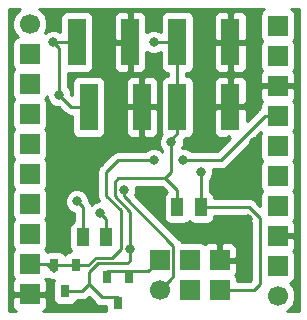
<source format=gbr>
G04 #@! TF.GenerationSoftware,KiCad,Pcbnew,(5.0.0)*
G04 #@! TF.CreationDate,2019-01-30T09:11:06+03:00*
G04 #@! TF.ProjectId,plata_avr,706C6174615F6176722E6B696361645F,rev?*
G04 #@! TF.SameCoordinates,Original*
G04 #@! TF.FileFunction,Copper,L2,Bot,Signal*
G04 #@! TF.FilePolarity,Positive*
%FSLAX46Y46*%
G04 Gerber Fmt 4.6, Leading zero omitted, Abs format (unit mm)*
G04 Created by KiCad (PCBNEW (5.0.0)) date 01/30/19 09:11:06*
%MOMM*%
%LPD*%
G01*
G04 APERTURE LIST*
G04 #@! TA.AperFunction,SMDPad,CuDef*
%ADD10R,1.500000X4.000000*%
G04 #@! TD*
G04 #@! TA.AperFunction,SMDPad,CuDef*
%ADD11R,1.000000X1.500000*%
G04 #@! TD*
G04 #@! TA.AperFunction,SMDPad,CuDef*
%ADD12R,0.800000X1.100000*%
G04 #@! TD*
G04 #@! TA.AperFunction,ComponentPad*
%ADD13C,1.700000*%
G04 #@! TD*
G04 #@! TA.AperFunction,ComponentPad*
%ADD14R,1.700000X1.700000*%
G04 #@! TD*
G04 #@! TA.AperFunction,ViaPad*
%ADD15C,0.800000*%
G04 #@! TD*
G04 #@! TA.AperFunction,Conductor*
%ADD16C,0.250000*%
G04 #@! TD*
G04 #@! TA.AperFunction,Conductor*
%ADD17C,0.254000*%
G04 #@! TD*
G04 APERTURE END LIST*
D10*
G04 #@! TO.P,C1,1*
G04 #@! TO.N,vcc*
X106500000Y-90000000D03*
G04 #@! TO.P,C1,2*
G04 #@! TO.N,gnd*
X111000000Y-90000000D03*
G04 #@! TD*
G04 #@! TO.P,C2,2*
G04 #@! TO.N,gnd*
X102500000Y-90000000D03*
G04 #@! TO.P,C2,1*
G04 #@! TO.N,vcc*
X98000000Y-90000000D03*
G04 #@! TD*
G04 #@! TO.P,C3,1*
G04 #@! TO.N,vcc*
X99000000Y-95500000D03*
G04 #@! TO.P,C3,2*
G04 #@! TO.N,gnd*
X103500000Y-95500000D03*
G04 #@! TD*
G04 #@! TO.P,C4,2*
G04 #@! TO.N,gnd*
X111000000Y-95500000D03*
G04 #@! TO.P,C4,1*
G04 #@! TO.N,vcc*
X106500000Y-95500000D03*
G04 #@! TD*
D11*
G04 #@! TO.P,R1,2*
G04 #@! TO.N,Net-(HL1-Pad1)*
X100500000Y-106500000D03*
G04 #@! TO.P,R1,1*
G04 #@! TO.N,pb1*
X98500000Y-106500000D03*
G04 #@! TD*
G04 #@! TO.P,R2,1*
G04 #@! TO.N,res*
X108500000Y-104000000D03*
G04 #@! TO.P,R2,2*
G04 #@! TO.N,vcc*
X106500000Y-104000000D03*
G04 #@! TD*
D12*
G04 #@! TO.P,VD1,1*
G04 #@! TO.N,Ucc*
X96050000Y-108900000D03*
X97950000Y-108900000D03*
G04 #@! TO.P,VD1,2*
G04 #@! TO.N,vcc*
X97000000Y-111100000D03*
G04 #@! TD*
G04 #@! TO.P,VD2,2*
G04 #@! TO.N,vcc*
X101500000Y-112100000D03*
G04 #@! TO.P,VD2,1*
G04 #@! TO.N,Net-(VD2-Pad1)*
X102450000Y-109900000D03*
X100550000Y-109900000D03*
G04 #@! TD*
D13*
G04 #@! TO.P,XP1,1*
G04 #@! TO.N,pd3*
X94000000Y-88500000D03*
D14*
G04 #@! TO.P,XP1,2*
G04 #@! TO.N,pd4*
X94000000Y-91040000D03*
G04 #@! TO.P,XP1,3*
G04 #@! TO.N,pb6*
X94000000Y-93580000D03*
G04 #@! TO.P,XP1,4*
G04 #@! TO.N,pb7*
X94000000Y-96120000D03*
G04 #@! TO.P,XP1,5*
G04 #@! TO.N,pd5*
X94000000Y-98660000D03*
G04 #@! TO.P,XP1,6*
G04 #@! TO.N,pd6*
X94000000Y-101200000D03*
G04 #@! TO.P,XP1,7*
G04 #@! TO.N,pb0*
X94000000Y-103740000D03*
G04 #@! TO.P,XP1,8*
G04 #@! TO.N,pb2*
X94000000Y-106280000D03*
G04 #@! TO.P,XP1,9*
G04 #@! TO.N,Ucc*
X94000000Y-108820000D03*
G04 #@! TO.P,XP1,10*
G04 #@! TO.N,gnd*
X94000000Y-111360000D03*
G04 #@! TD*
D13*
G04 #@! TO.P,XP2,1*
G04 #@! TO.N,miso*
X105000000Y-111000000D03*
D14*
G04 #@! TO.P,XP2,3*
G04 #@! TO.N,sck*
X107540000Y-111000000D03*
G04 #@! TO.P,XP2,5*
G04 #@! TO.N,res*
X110080000Y-111000000D03*
G04 #@! TO.P,XP2,2*
G04 #@! TO.N,Net-(VD2-Pad1)*
X105000000Y-108460000D03*
G04 #@! TO.P,XP2,4*
G04 #@! TO.N,mosi*
X107540000Y-108460000D03*
G04 #@! TO.P,XP2,6*
G04 #@! TO.N,gnd*
X110080000Y-108460000D03*
G04 #@! TD*
G04 #@! TO.P,XP3,10*
G04 #@! TO.N,tx*
X115000000Y-88640000D03*
G04 #@! TO.P,XP3,9*
G04 #@! TO.N,rx*
X115000000Y-91180000D03*
G04 #@! TO.P,XP3,8*
G04 #@! TO.N,gnd*
X115000000Y-93720000D03*
G04 #@! TO.P,XP3,7*
G04 #@! TO.N,Ucc*
X115000000Y-96260000D03*
G04 #@! TO.P,XP3,6*
G04 #@! TO.N,pc2*
X115000000Y-98800000D03*
G04 #@! TO.P,XP3,5*
G04 #@! TO.N,pc1*
X115000000Y-101340000D03*
G04 #@! TO.P,XP3,4*
G04 #@! TO.N,pc0*
X115000000Y-103880000D03*
G04 #@! TO.P,XP3,3*
G04 #@! TO.N,gnd*
X115000000Y-106420000D03*
G04 #@! TO.P,XP3,2*
G04 #@! TO.N,aref*
X115000000Y-108960000D03*
D13*
G04 #@! TO.P,XP3,1*
G04 #@! TO.N,avcc*
X115000000Y-111500000D03*
G04 #@! TD*
D15*
G04 #@! TO.N,vcc*
X96500000Y-94500000D03*
X96000000Y-90000000D03*
X104500000Y-90000000D03*
X102500000Y-107500000D03*
X106000000Y-98500000D03*
G04 #@! TO.N,gnd*
X107500000Y-98500000D03*
X104500000Y-92000000D03*
X97000000Y-106500000D03*
X113000000Y-98500000D03*
X112500000Y-105000000D03*
G04 #@! TO.N,pb1*
X98000000Y-103500000D03*
G04 #@! TO.N,miso*
X102000000Y-102500000D03*
G04 #@! TO.N,res*
X108500000Y-101000000D03*
G04 #@! TO.N,Net-(HL1-Pad1)*
X99987340Y-104512660D03*
G04 #@! TO.N,Ucc*
X107000000Y-100000000D03*
X104500000Y-100000000D03*
G04 #@! TD*
D16*
G04 #@! TO.N,vcc*
X99000000Y-110500000D02*
X99000000Y-109500000D01*
X97000000Y-111100000D02*
X98400000Y-111100000D01*
X98400000Y-111100000D02*
X99000000Y-110500000D01*
X99000000Y-95500000D02*
X97500000Y-95500000D01*
X97500000Y-95500000D02*
X96500000Y-94500000D01*
X106500000Y-93250000D02*
X106500000Y-90000000D01*
X106500000Y-95500000D02*
X106500000Y-93250000D01*
X96500000Y-90500000D02*
X96000000Y-90000000D01*
X96500000Y-94500000D02*
X96500000Y-90500000D01*
X98000000Y-90000000D02*
X96000000Y-90000000D01*
X106500000Y-90000000D02*
X104500000Y-90000000D01*
X106000000Y-98500000D02*
X106000000Y-98250000D01*
X106000000Y-98250000D02*
X106500000Y-97750000D01*
X106500000Y-97750000D02*
X106500000Y-95500000D01*
X102500000Y-101500000D02*
X105500000Y-101500000D01*
X103000000Y-101500000D02*
X102500000Y-101500000D01*
X105500000Y-101500000D02*
X106000000Y-101000000D01*
X105500000Y-101500000D02*
X106000000Y-102000000D01*
X106000000Y-101000000D02*
X106000000Y-98500000D01*
X102500000Y-106934315D02*
X102500000Y-107500000D01*
X102500000Y-101500000D02*
X101500000Y-101500000D01*
X101186401Y-103049991D02*
X102500000Y-104363590D01*
X101500000Y-101500000D02*
X101186401Y-101813599D01*
X102500000Y-104363590D02*
X102500000Y-106934315D01*
X101186401Y-101813599D02*
X101186401Y-103049991D01*
X106500000Y-104000000D02*
X106500000Y-102500000D01*
X106500000Y-102500000D02*
X106000000Y-102000000D01*
X99000000Y-110500000D02*
X99500000Y-111000000D01*
X100100000Y-111600000D02*
X99500000Y-111000000D01*
X101500000Y-111600000D02*
X100100000Y-111600000D01*
X99750000Y-108750000D02*
X102250000Y-108750000D01*
X99750000Y-108750000D02*
X99000000Y-109500000D01*
X102500000Y-108500000D02*
X102500000Y-107500000D01*
X102250000Y-108750000D02*
X102500000Y-108500000D01*
G04 #@! TO.N,gnd*
X112000000Y-95500000D02*
X111000000Y-95500000D01*
X112500000Y-95000000D02*
X112000000Y-95500000D01*
X113780000Y-93720000D02*
X112500000Y-95000000D01*
X115000000Y-93720000D02*
X113780000Y-93720000D01*
X112500000Y-105000000D02*
X111500000Y-105000000D01*
X110080000Y-106420000D02*
X110080000Y-108460000D01*
X111500000Y-105000000D02*
X110080000Y-106420000D01*
G04 #@! TO.N,pb1*
X98500000Y-104000000D02*
X98500000Y-106500000D01*
X98000000Y-103500000D02*
X98500000Y-104000000D01*
G04 #@! TO.N,miso*
X105849999Y-110150001D02*
X105000000Y-111000000D01*
X106175001Y-109824999D02*
X105849999Y-110150001D01*
X106175001Y-107240686D02*
X106175001Y-109824999D01*
X102000000Y-103065685D02*
X106175001Y-107240686D01*
X102000000Y-102500000D02*
X102000000Y-103065685D01*
G04 #@! TO.N,res*
X108500000Y-101000000D02*
X108500000Y-104000000D01*
X108500000Y-104000000D02*
X112573002Y-104000000D01*
X110080000Y-111000000D02*
X113000000Y-111000000D01*
X113000000Y-111000000D02*
X113500000Y-110500000D01*
X113500000Y-104926998D02*
X112573002Y-104000000D01*
X113500000Y-110500000D02*
X113500000Y-104926998D01*
G04 #@! TO.N,Net-(HL1-Pad1)*
X100500000Y-106500000D02*
X100500000Y-105025320D01*
X100387339Y-104912659D02*
X99987340Y-104512660D01*
X100500000Y-105025320D02*
X100387339Y-104912659D01*
G04 #@! TO.N,Ucc*
X95470000Y-108820000D02*
X96050000Y-109400000D01*
X94000000Y-108820000D02*
X95470000Y-108820000D01*
X95970000Y-108820000D02*
X96050000Y-108900000D01*
X94000000Y-108820000D02*
X95970000Y-108820000D01*
X96050000Y-108900000D02*
X97950000Y-108900000D01*
X107565685Y-100000000D02*
X107000000Y-100000000D01*
X110160000Y-100000000D02*
X107565685Y-100000000D01*
X113900000Y-96260000D02*
X110160000Y-100000000D01*
X115000000Y-96260000D02*
X113900000Y-96260000D01*
X103934315Y-100000000D02*
X104500000Y-100000000D01*
X100500000Y-103000000D02*
X100500000Y-101000000D01*
X100500000Y-101000000D02*
X101500000Y-100000000D01*
X98963590Y-108900000D02*
X99613590Y-108250000D01*
X96050000Y-108900000D02*
X98963590Y-108900000D01*
X99613590Y-108250000D02*
X101000000Y-108250000D01*
X101000000Y-108250000D02*
X101750000Y-107500000D01*
X101750000Y-107500000D02*
X101750000Y-104250000D01*
X101500000Y-100000000D02*
X103934315Y-100000000D01*
X101750000Y-104250000D02*
X100500000Y-103000000D01*
G04 #@! TO.N,Net-(VD2-Pad1)*
X100550000Y-109400000D02*
X102450000Y-109400000D01*
X104060000Y-109400000D02*
X105000000Y-108460000D01*
X102450000Y-109400000D02*
X104060000Y-109400000D01*
G04 #@! TD*
D17*
G04 #@! TO.N,gnd*
G36*
X93158815Y-87241078D02*
X92741078Y-87658815D01*
X92515000Y-88204615D01*
X92515000Y-88795385D01*
X92741078Y-89341185D01*
X92976887Y-89576994D01*
X92902235Y-89591843D01*
X92692191Y-89732191D01*
X92551843Y-89942235D01*
X92502560Y-90190000D01*
X92502560Y-91890000D01*
X92551843Y-92137765D01*
X92666928Y-92310000D01*
X92551843Y-92482235D01*
X92502560Y-92730000D01*
X92502560Y-94430000D01*
X92551843Y-94677765D01*
X92666928Y-94850000D01*
X92551843Y-95022235D01*
X92502560Y-95270000D01*
X92502560Y-96970000D01*
X92551843Y-97217765D01*
X92666928Y-97390000D01*
X92551843Y-97562235D01*
X92502560Y-97810000D01*
X92502560Y-99510000D01*
X92551843Y-99757765D01*
X92666928Y-99930000D01*
X92551843Y-100102235D01*
X92502560Y-100350000D01*
X92502560Y-102050000D01*
X92551843Y-102297765D01*
X92666928Y-102470000D01*
X92551843Y-102642235D01*
X92502560Y-102890000D01*
X92502560Y-104590000D01*
X92551843Y-104837765D01*
X92666928Y-105010000D01*
X92551843Y-105182235D01*
X92502560Y-105430000D01*
X92502560Y-107130000D01*
X92551843Y-107377765D01*
X92666928Y-107550000D01*
X92551843Y-107722235D01*
X92502560Y-107970000D01*
X92502560Y-109670000D01*
X92551843Y-109917765D01*
X92668949Y-110093025D01*
X92611673Y-110150302D01*
X92515000Y-110383691D01*
X92515000Y-111074250D01*
X92673750Y-111233000D01*
X93873000Y-111233000D01*
X93873000Y-111213000D01*
X94127000Y-111213000D01*
X94127000Y-111233000D01*
X95326250Y-111233000D01*
X95485000Y-111074250D01*
X95485000Y-110383691D01*
X95388327Y-110150302D01*
X95331051Y-110093025D01*
X95373749Y-110029123D01*
X95402235Y-110048157D01*
X95650000Y-110097440D01*
X95725830Y-110097440D01*
X95753462Y-110115903D01*
X96050000Y-110174888D01*
X96092596Y-110166415D01*
X96001843Y-110302235D01*
X95952560Y-110550000D01*
X95952560Y-111650000D01*
X96001843Y-111897765D01*
X96142191Y-112107809D01*
X96352235Y-112248157D01*
X96600000Y-112297440D01*
X97400000Y-112297440D01*
X97647765Y-112248157D01*
X97857809Y-112107809D01*
X97998157Y-111897765D01*
X98005669Y-111860000D01*
X98325153Y-111860000D01*
X98400000Y-111874888D01*
X98474847Y-111860000D01*
X98474852Y-111860000D01*
X98696537Y-111815904D01*
X98947929Y-111647929D01*
X98990331Y-111584470D01*
X99000000Y-111574802D01*
X99015527Y-111590329D01*
X99015530Y-111590331D01*
X99509671Y-112084473D01*
X99552071Y-112147929D01*
X99803463Y-112315904D01*
X100025148Y-112360000D01*
X100025152Y-112360000D01*
X100099999Y-112374888D01*
X100174846Y-112360000D01*
X100452560Y-112360000D01*
X100452560Y-112650000D01*
X100475435Y-112765000D01*
X95169447Y-112765000D01*
X95209699Y-112748327D01*
X95388327Y-112569698D01*
X95485000Y-112336309D01*
X95485000Y-111645750D01*
X95326250Y-111487000D01*
X94127000Y-111487000D01*
X94127000Y-111507000D01*
X93873000Y-111507000D01*
X93873000Y-111487000D01*
X92673750Y-111487000D01*
X92515000Y-111645750D01*
X92515000Y-112336309D01*
X92611673Y-112569698D01*
X92790301Y-112748327D01*
X92830553Y-112765000D01*
X92235000Y-112765000D01*
X92235000Y-87235000D01*
X93173489Y-87235000D01*
X93158815Y-87241078D01*
X93158815Y-87241078D01*
G37*
X93158815Y-87241078D02*
X92741078Y-87658815D01*
X92515000Y-88204615D01*
X92515000Y-88795385D01*
X92741078Y-89341185D01*
X92976887Y-89576994D01*
X92902235Y-89591843D01*
X92692191Y-89732191D01*
X92551843Y-89942235D01*
X92502560Y-90190000D01*
X92502560Y-91890000D01*
X92551843Y-92137765D01*
X92666928Y-92310000D01*
X92551843Y-92482235D01*
X92502560Y-92730000D01*
X92502560Y-94430000D01*
X92551843Y-94677765D01*
X92666928Y-94850000D01*
X92551843Y-95022235D01*
X92502560Y-95270000D01*
X92502560Y-96970000D01*
X92551843Y-97217765D01*
X92666928Y-97390000D01*
X92551843Y-97562235D01*
X92502560Y-97810000D01*
X92502560Y-99510000D01*
X92551843Y-99757765D01*
X92666928Y-99930000D01*
X92551843Y-100102235D01*
X92502560Y-100350000D01*
X92502560Y-102050000D01*
X92551843Y-102297765D01*
X92666928Y-102470000D01*
X92551843Y-102642235D01*
X92502560Y-102890000D01*
X92502560Y-104590000D01*
X92551843Y-104837765D01*
X92666928Y-105010000D01*
X92551843Y-105182235D01*
X92502560Y-105430000D01*
X92502560Y-107130000D01*
X92551843Y-107377765D01*
X92666928Y-107550000D01*
X92551843Y-107722235D01*
X92502560Y-107970000D01*
X92502560Y-109670000D01*
X92551843Y-109917765D01*
X92668949Y-110093025D01*
X92611673Y-110150302D01*
X92515000Y-110383691D01*
X92515000Y-111074250D01*
X92673750Y-111233000D01*
X93873000Y-111233000D01*
X93873000Y-111213000D01*
X94127000Y-111213000D01*
X94127000Y-111233000D01*
X95326250Y-111233000D01*
X95485000Y-111074250D01*
X95485000Y-110383691D01*
X95388327Y-110150302D01*
X95331051Y-110093025D01*
X95373749Y-110029123D01*
X95402235Y-110048157D01*
X95650000Y-110097440D01*
X95725830Y-110097440D01*
X95753462Y-110115903D01*
X96050000Y-110174888D01*
X96092596Y-110166415D01*
X96001843Y-110302235D01*
X95952560Y-110550000D01*
X95952560Y-111650000D01*
X96001843Y-111897765D01*
X96142191Y-112107809D01*
X96352235Y-112248157D01*
X96600000Y-112297440D01*
X97400000Y-112297440D01*
X97647765Y-112248157D01*
X97857809Y-112107809D01*
X97998157Y-111897765D01*
X98005669Y-111860000D01*
X98325153Y-111860000D01*
X98400000Y-111874888D01*
X98474847Y-111860000D01*
X98474852Y-111860000D01*
X98696537Y-111815904D01*
X98947929Y-111647929D01*
X98990331Y-111584470D01*
X99000000Y-111574802D01*
X99015527Y-111590329D01*
X99015530Y-111590331D01*
X99509671Y-112084473D01*
X99552071Y-112147929D01*
X99803463Y-112315904D01*
X100025148Y-112360000D01*
X100025152Y-112360000D01*
X100099999Y-112374888D01*
X100174846Y-112360000D01*
X100452560Y-112360000D01*
X100452560Y-112650000D01*
X100475435Y-112765000D01*
X95169447Y-112765000D01*
X95209699Y-112748327D01*
X95388327Y-112569698D01*
X95485000Y-112336309D01*
X95485000Y-111645750D01*
X95326250Y-111487000D01*
X94127000Y-111487000D01*
X94127000Y-111507000D01*
X93873000Y-111507000D01*
X93873000Y-111487000D01*
X92673750Y-111487000D01*
X92515000Y-111645750D01*
X92515000Y-112336309D01*
X92611673Y-112569698D01*
X92790301Y-112748327D01*
X92830553Y-112765000D01*
X92235000Y-112765000D01*
X92235000Y-87235000D01*
X93173489Y-87235000D01*
X93158815Y-87241078D01*
G36*
X113692191Y-87332191D02*
X113551843Y-87542235D01*
X113502560Y-87790000D01*
X113502560Y-89490000D01*
X113551843Y-89737765D01*
X113666928Y-89910000D01*
X113551843Y-90082235D01*
X113502560Y-90330000D01*
X113502560Y-92030000D01*
X113551843Y-92277765D01*
X113668949Y-92453025D01*
X113611673Y-92510302D01*
X113515000Y-92743691D01*
X113515000Y-93434250D01*
X113673750Y-93593000D01*
X114873000Y-93593000D01*
X114873000Y-93573000D01*
X115127000Y-93573000D01*
X115127000Y-93593000D01*
X116326250Y-93593000D01*
X116485000Y-93434250D01*
X116485000Y-92743691D01*
X116388327Y-92510302D01*
X116331051Y-92453025D01*
X116448157Y-92277765D01*
X116497440Y-92030000D01*
X116497440Y-90330000D01*
X116448157Y-90082235D01*
X116333072Y-89910000D01*
X116448157Y-89737765D01*
X116497440Y-89490000D01*
X116497440Y-87790000D01*
X116448157Y-87542235D01*
X116307809Y-87332191D01*
X116162354Y-87235000D01*
X116765000Y-87235000D01*
X116765001Y-112765000D01*
X115826511Y-112765000D01*
X115841185Y-112758922D01*
X116258922Y-112341185D01*
X116485000Y-111795385D01*
X116485000Y-111204615D01*
X116258922Y-110658815D01*
X116023113Y-110423006D01*
X116097765Y-110408157D01*
X116307809Y-110267809D01*
X116448157Y-110057765D01*
X116497440Y-109810000D01*
X116497440Y-108110000D01*
X116448157Y-107862235D01*
X116331051Y-107686975D01*
X116388327Y-107629698D01*
X116485000Y-107396309D01*
X116485000Y-106705750D01*
X116326250Y-106547000D01*
X115127000Y-106547000D01*
X115127000Y-106567000D01*
X114873000Y-106567000D01*
X114873000Y-106547000D01*
X114853000Y-106547000D01*
X114853000Y-106293000D01*
X114873000Y-106293000D01*
X114873000Y-106273000D01*
X115127000Y-106273000D01*
X115127000Y-106293000D01*
X116326250Y-106293000D01*
X116485000Y-106134250D01*
X116485000Y-105443691D01*
X116388327Y-105210302D01*
X116331051Y-105153025D01*
X116448157Y-104977765D01*
X116497440Y-104730000D01*
X116497440Y-103030000D01*
X116448157Y-102782235D01*
X116333072Y-102610000D01*
X116448157Y-102437765D01*
X116497440Y-102190000D01*
X116497440Y-100490000D01*
X116448157Y-100242235D01*
X116333072Y-100070000D01*
X116448157Y-99897765D01*
X116497440Y-99650000D01*
X116497440Y-97950000D01*
X116448157Y-97702235D01*
X116333072Y-97530000D01*
X116448157Y-97357765D01*
X116497440Y-97110000D01*
X116497440Y-95410000D01*
X116448157Y-95162235D01*
X116331051Y-94986975D01*
X116388327Y-94929698D01*
X116485000Y-94696309D01*
X116485000Y-94005750D01*
X116326250Y-93847000D01*
X115127000Y-93847000D01*
X115127000Y-93867000D01*
X114873000Y-93867000D01*
X114873000Y-93847000D01*
X113673750Y-93847000D01*
X113515000Y-94005750D01*
X113515000Y-94696309D01*
X113611673Y-94929698D01*
X113668949Y-94986975D01*
X113551843Y-95162235D01*
X113502560Y-95410000D01*
X113502560Y-95611517D01*
X113416418Y-95669076D01*
X113352071Y-95712071D01*
X113309671Y-95775527D01*
X112385000Y-96700198D01*
X112385000Y-95785750D01*
X112226250Y-95627000D01*
X111127000Y-95627000D01*
X111127000Y-95647000D01*
X110873000Y-95647000D01*
X110873000Y-95627000D01*
X109773750Y-95627000D01*
X109615000Y-95785750D01*
X109615000Y-97626310D01*
X109711673Y-97859699D01*
X109890302Y-98038327D01*
X110123691Y-98135000D01*
X110714250Y-98135000D01*
X110872998Y-97976252D01*
X110872998Y-98135000D01*
X110950199Y-98135000D01*
X109845199Y-99240000D01*
X107703711Y-99240000D01*
X107586280Y-99122569D01*
X107205874Y-98965000D01*
X106927667Y-98965000D01*
X107035000Y-98705874D01*
X107035000Y-98306568D01*
X107047929Y-98297929D01*
X107148483Y-98147440D01*
X107250000Y-98147440D01*
X107497765Y-98098157D01*
X107707809Y-97957809D01*
X107848157Y-97747765D01*
X107897440Y-97500000D01*
X107897440Y-93500000D01*
X107872316Y-93373690D01*
X109615000Y-93373690D01*
X109615000Y-95214250D01*
X109773750Y-95373000D01*
X110873000Y-95373000D01*
X110873000Y-93023750D01*
X111127000Y-93023750D01*
X111127000Y-95373000D01*
X112226250Y-95373000D01*
X112385000Y-95214250D01*
X112385000Y-93373690D01*
X112288327Y-93140301D01*
X112109698Y-92961673D01*
X111876309Y-92865000D01*
X111285750Y-92865000D01*
X111127000Y-93023750D01*
X110873000Y-93023750D01*
X110714250Y-92865000D01*
X110123691Y-92865000D01*
X109890302Y-92961673D01*
X109711673Y-93140301D01*
X109615000Y-93373690D01*
X107872316Y-93373690D01*
X107848157Y-93252235D01*
X107707809Y-93042191D01*
X107497765Y-92901843D01*
X107260000Y-92854549D01*
X107260000Y-92645451D01*
X107497765Y-92598157D01*
X107707809Y-92457809D01*
X107848157Y-92247765D01*
X107897440Y-92000000D01*
X107897440Y-90285750D01*
X109615000Y-90285750D01*
X109615000Y-92126310D01*
X109711673Y-92359699D01*
X109890302Y-92538327D01*
X110123691Y-92635000D01*
X110714250Y-92635000D01*
X110873000Y-92476250D01*
X110873000Y-90127000D01*
X111127000Y-90127000D01*
X111127000Y-92476250D01*
X111285750Y-92635000D01*
X111876309Y-92635000D01*
X112109698Y-92538327D01*
X112288327Y-92359699D01*
X112385000Y-92126310D01*
X112385000Y-90285750D01*
X112226250Y-90127000D01*
X111127000Y-90127000D01*
X110873000Y-90127000D01*
X109773750Y-90127000D01*
X109615000Y-90285750D01*
X107897440Y-90285750D01*
X107897440Y-88000000D01*
X107872316Y-87873690D01*
X109615000Y-87873690D01*
X109615000Y-89714250D01*
X109773750Y-89873000D01*
X110873000Y-89873000D01*
X110873000Y-87523750D01*
X111127000Y-87523750D01*
X111127000Y-89873000D01*
X112226250Y-89873000D01*
X112385000Y-89714250D01*
X112385000Y-87873690D01*
X112288327Y-87640301D01*
X112109698Y-87461673D01*
X111876309Y-87365000D01*
X111285750Y-87365000D01*
X111127000Y-87523750D01*
X110873000Y-87523750D01*
X110714250Y-87365000D01*
X110123691Y-87365000D01*
X109890302Y-87461673D01*
X109711673Y-87640301D01*
X109615000Y-87873690D01*
X107872316Y-87873690D01*
X107848157Y-87752235D01*
X107707809Y-87542191D01*
X107497765Y-87401843D01*
X107250000Y-87352560D01*
X105750000Y-87352560D01*
X105502235Y-87401843D01*
X105292191Y-87542191D01*
X105151843Y-87752235D01*
X105102560Y-88000000D01*
X105102560Y-89138849D01*
X105086280Y-89122569D01*
X104705874Y-88965000D01*
X104294126Y-88965000D01*
X103913720Y-89122569D01*
X103885000Y-89151289D01*
X103885000Y-87873690D01*
X103788327Y-87640301D01*
X103609698Y-87461673D01*
X103376309Y-87365000D01*
X102785750Y-87365000D01*
X102627000Y-87523750D01*
X102627000Y-89873000D01*
X102647000Y-89873000D01*
X102647000Y-90127000D01*
X102627000Y-90127000D01*
X102627000Y-92476250D01*
X102785750Y-92635000D01*
X103376309Y-92635000D01*
X103609698Y-92538327D01*
X103788327Y-92359699D01*
X103885000Y-92126310D01*
X103885000Y-90848711D01*
X103913720Y-90877431D01*
X104294126Y-91035000D01*
X104705874Y-91035000D01*
X105086280Y-90877431D01*
X105102560Y-90861151D01*
X105102560Y-92000000D01*
X105151843Y-92247765D01*
X105292191Y-92457809D01*
X105502235Y-92598157D01*
X105740000Y-92645451D01*
X105740000Y-92854549D01*
X105502235Y-92901843D01*
X105292191Y-93042191D01*
X105151843Y-93252235D01*
X105102560Y-93500000D01*
X105102560Y-97500000D01*
X105151843Y-97747765D01*
X105206590Y-97829699D01*
X105122569Y-97913720D01*
X104965000Y-98294126D01*
X104965000Y-98705874D01*
X105122569Y-99086280D01*
X105240001Y-99203712D01*
X105240001Y-99276290D01*
X105086280Y-99122569D01*
X104705874Y-98965000D01*
X104294126Y-98965000D01*
X103913720Y-99122569D01*
X103796289Y-99240000D01*
X101574848Y-99240000D01*
X101500000Y-99225112D01*
X101425152Y-99240000D01*
X101425148Y-99240000D01*
X101203463Y-99284096D01*
X100952071Y-99452071D01*
X100909671Y-99515527D01*
X100015528Y-100409671D01*
X99952072Y-100452071D01*
X99909672Y-100515527D01*
X99909671Y-100515528D01*
X99784097Y-100703463D01*
X99725112Y-101000000D01*
X99740001Y-101074851D01*
X99740000Y-102925153D01*
X99725112Y-103000000D01*
X99740000Y-103074847D01*
X99740000Y-103074851D01*
X99784096Y-103296536D01*
X99905119Y-103477660D01*
X99781466Y-103477660D01*
X99401060Y-103635229D01*
X99235303Y-103800986D01*
X99215904Y-103703463D01*
X99215904Y-103703462D01*
X99090329Y-103515527D01*
X99047929Y-103452071D01*
X99035000Y-103443432D01*
X99035000Y-103294126D01*
X98877431Y-102913720D01*
X98586280Y-102622569D01*
X98205874Y-102465000D01*
X97794126Y-102465000D01*
X97413720Y-102622569D01*
X97122569Y-102913720D01*
X96965000Y-103294126D01*
X96965000Y-103705874D01*
X97122569Y-104086280D01*
X97413720Y-104377431D01*
X97740000Y-104512580D01*
X97740000Y-105160018D01*
X97542191Y-105292191D01*
X97401843Y-105502235D01*
X97352560Y-105750000D01*
X97352560Y-107250000D01*
X97401843Y-107497765D01*
X97540011Y-107704547D01*
X97302235Y-107751843D01*
X97092191Y-107892191D01*
X97000000Y-108030164D01*
X96907809Y-107892191D01*
X96697765Y-107751843D01*
X96450000Y-107702560D01*
X95650000Y-107702560D01*
X95452074Y-107741929D01*
X95448157Y-107722235D01*
X95333072Y-107550000D01*
X95448157Y-107377765D01*
X95497440Y-107130000D01*
X95497440Y-105430000D01*
X95448157Y-105182235D01*
X95333072Y-105010000D01*
X95448157Y-104837765D01*
X95497440Y-104590000D01*
X95497440Y-102890000D01*
X95448157Y-102642235D01*
X95333072Y-102470000D01*
X95448157Y-102297765D01*
X95497440Y-102050000D01*
X95497440Y-100350000D01*
X95448157Y-100102235D01*
X95333072Y-99930000D01*
X95448157Y-99757765D01*
X95497440Y-99510000D01*
X95497440Y-97810000D01*
X95448157Y-97562235D01*
X95333072Y-97390000D01*
X95448157Y-97217765D01*
X95497440Y-96970000D01*
X95497440Y-95270000D01*
X95448157Y-95022235D01*
X95333072Y-94850000D01*
X95448157Y-94677765D01*
X95465000Y-94593089D01*
X95465000Y-94705874D01*
X95622569Y-95086280D01*
X95913720Y-95377431D01*
X96294126Y-95535000D01*
X96460199Y-95535000D01*
X96909671Y-95984473D01*
X96952071Y-96047929D01*
X97203463Y-96215904D01*
X97425148Y-96260000D01*
X97425152Y-96260000D01*
X97500000Y-96274888D01*
X97574848Y-96260000D01*
X97602560Y-96260000D01*
X97602560Y-97500000D01*
X97651843Y-97747765D01*
X97792191Y-97957809D01*
X98002235Y-98098157D01*
X98250000Y-98147440D01*
X99750000Y-98147440D01*
X99997765Y-98098157D01*
X100207809Y-97957809D01*
X100348157Y-97747765D01*
X100397440Y-97500000D01*
X100397440Y-95785750D01*
X102115000Y-95785750D01*
X102115000Y-97626310D01*
X102211673Y-97859699D01*
X102390302Y-98038327D01*
X102623691Y-98135000D01*
X103214250Y-98135000D01*
X103373000Y-97976250D01*
X103373000Y-95627000D01*
X103627000Y-95627000D01*
X103627000Y-97976250D01*
X103785750Y-98135000D01*
X104376309Y-98135000D01*
X104609698Y-98038327D01*
X104788327Y-97859699D01*
X104885000Y-97626310D01*
X104885000Y-95785750D01*
X104726250Y-95627000D01*
X103627000Y-95627000D01*
X103373000Y-95627000D01*
X102273750Y-95627000D01*
X102115000Y-95785750D01*
X100397440Y-95785750D01*
X100397440Y-93500000D01*
X100372316Y-93373690D01*
X102115000Y-93373690D01*
X102115000Y-95214250D01*
X102273750Y-95373000D01*
X103373000Y-95373000D01*
X103373000Y-93023750D01*
X103627000Y-93023750D01*
X103627000Y-95373000D01*
X104726250Y-95373000D01*
X104885000Y-95214250D01*
X104885000Y-93373690D01*
X104788327Y-93140301D01*
X104609698Y-92961673D01*
X104376309Y-92865000D01*
X103785750Y-92865000D01*
X103627000Y-93023750D01*
X103373000Y-93023750D01*
X103214250Y-92865000D01*
X102623691Y-92865000D01*
X102390302Y-92961673D01*
X102211673Y-93140301D01*
X102115000Y-93373690D01*
X100372316Y-93373690D01*
X100348157Y-93252235D01*
X100207809Y-93042191D01*
X99997765Y-92901843D01*
X99750000Y-92852560D01*
X98250000Y-92852560D01*
X98002235Y-92901843D01*
X97792191Y-93042191D01*
X97651843Y-93252235D01*
X97602560Y-93500000D01*
X97602560Y-94527758D01*
X97535000Y-94460199D01*
X97535000Y-94294126D01*
X97377431Y-93913720D01*
X97260000Y-93796289D01*
X97260000Y-92647440D01*
X98750000Y-92647440D01*
X98997765Y-92598157D01*
X99207809Y-92457809D01*
X99348157Y-92247765D01*
X99397440Y-92000000D01*
X99397440Y-90285750D01*
X101115000Y-90285750D01*
X101115000Y-92126310D01*
X101211673Y-92359699D01*
X101390302Y-92538327D01*
X101623691Y-92635000D01*
X102214250Y-92635000D01*
X102373000Y-92476250D01*
X102373000Y-90127000D01*
X101273750Y-90127000D01*
X101115000Y-90285750D01*
X99397440Y-90285750D01*
X99397440Y-88000000D01*
X99372316Y-87873690D01*
X101115000Y-87873690D01*
X101115000Y-89714250D01*
X101273750Y-89873000D01*
X102373000Y-89873000D01*
X102373000Y-87523750D01*
X102214250Y-87365000D01*
X101623691Y-87365000D01*
X101390302Y-87461673D01*
X101211673Y-87640301D01*
X101115000Y-87873690D01*
X99372316Y-87873690D01*
X99348157Y-87752235D01*
X99207809Y-87542191D01*
X98997765Y-87401843D01*
X98750000Y-87352560D01*
X97250000Y-87352560D01*
X97002235Y-87401843D01*
X96792191Y-87542191D01*
X96651843Y-87752235D01*
X96602560Y-88000000D01*
X96602560Y-89138849D01*
X96586280Y-89122569D01*
X96205874Y-88965000D01*
X95794126Y-88965000D01*
X95413720Y-89122569D01*
X95304048Y-89232241D01*
X95485000Y-88795385D01*
X95485000Y-88204615D01*
X95258922Y-87658815D01*
X94841185Y-87241078D01*
X94826511Y-87235000D01*
X113837646Y-87235000D01*
X113692191Y-87332191D01*
X113692191Y-87332191D01*
G37*
X113692191Y-87332191D02*
X113551843Y-87542235D01*
X113502560Y-87790000D01*
X113502560Y-89490000D01*
X113551843Y-89737765D01*
X113666928Y-89910000D01*
X113551843Y-90082235D01*
X113502560Y-90330000D01*
X113502560Y-92030000D01*
X113551843Y-92277765D01*
X113668949Y-92453025D01*
X113611673Y-92510302D01*
X113515000Y-92743691D01*
X113515000Y-93434250D01*
X113673750Y-93593000D01*
X114873000Y-93593000D01*
X114873000Y-93573000D01*
X115127000Y-93573000D01*
X115127000Y-93593000D01*
X116326250Y-93593000D01*
X116485000Y-93434250D01*
X116485000Y-92743691D01*
X116388327Y-92510302D01*
X116331051Y-92453025D01*
X116448157Y-92277765D01*
X116497440Y-92030000D01*
X116497440Y-90330000D01*
X116448157Y-90082235D01*
X116333072Y-89910000D01*
X116448157Y-89737765D01*
X116497440Y-89490000D01*
X116497440Y-87790000D01*
X116448157Y-87542235D01*
X116307809Y-87332191D01*
X116162354Y-87235000D01*
X116765000Y-87235000D01*
X116765001Y-112765000D01*
X115826511Y-112765000D01*
X115841185Y-112758922D01*
X116258922Y-112341185D01*
X116485000Y-111795385D01*
X116485000Y-111204615D01*
X116258922Y-110658815D01*
X116023113Y-110423006D01*
X116097765Y-110408157D01*
X116307809Y-110267809D01*
X116448157Y-110057765D01*
X116497440Y-109810000D01*
X116497440Y-108110000D01*
X116448157Y-107862235D01*
X116331051Y-107686975D01*
X116388327Y-107629698D01*
X116485000Y-107396309D01*
X116485000Y-106705750D01*
X116326250Y-106547000D01*
X115127000Y-106547000D01*
X115127000Y-106567000D01*
X114873000Y-106567000D01*
X114873000Y-106547000D01*
X114853000Y-106547000D01*
X114853000Y-106293000D01*
X114873000Y-106293000D01*
X114873000Y-106273000D01*
X115127000Y-106273000D01*
X115127000Y-106293000D01*
X116326250Y-106293000D01*
X116485000Y-106134250D01*
X116485000Y-105443691D01*
X116388327Y-105210302D01*
X116331051Y-105153025D01*
X116448157Y-104977765D01*
X116497440Y-104730000D01*
X116497440Y-103030000D01*
X116448157Y-102782235D01*
X116333072Y-102610000D01*
X116448157Y-102437765D01*
X116497440Y-102190000D01*
X116497440Y-100490000D01*
X116448157Y-100242235D01*
X116333072Y-100070000D01*
X116448157Y-99897765D01*
X116497440Y-99650000D01*
X116497440Y-97950000D01*
X116448157Y-97702235D01*
X116333072Y-97530000D01*
X116448157Y-97357765D01*
X116497440Y-97110000D01*
X116497440Y-95410000D01*
X116448157Y-95162235D01*
X116331051Y-94986975D01*
X116388327Y-94929698D01*
X116485000Y-94696309D01*
X116485000Y-94005750D01*
X116326250Y-93847000D01*
X115127000Y-93847000D01*
X115127000Y-93867000D01*
X114873000Y-93867000D01*
X114873000Y-93847000D01*
X113673750Y-93847000D01*
X113515000Y-94005750D01*
X113515000Y-94696309D01*
X113611673Y-94929698D01*
X113668949Y-94986975D01*
X113551843Y-95162235D01*
X113502560Y-95410000D01*
X113502560Y-95611517D01*
X113416418Y-95669076D01*
X113352071Y-95712071D01*
X113309671Y-95775527D01*
X112385000Y-96700198D01*
X112385000Y-95785750D01*
X112226250Y-95627000D01*
X111127000Y-95627000D01*
X111127000Y-95647000D01*
X110873000Y-95647000D01*
X110873000Y-95627000D01*
X109773750Y-95627000D01*
X109615000Y-95785750D01*
X109615000Y-97626310D01*
X109711673Y-97859699D01*
X109890302Y-98038327D01*
X110123691Y-98135000D01*
X110714250Y-98135000D01*
X110872998Y-97976252D01*
X110872998Y-98135000D01*
X110950199Y-98135000D01*
X109845199Y-99240000D01*
X107703711Y-99240000D01*
X107586280Y-99122569D01*
X107205874Y-98965000D01*
X106927667Y-98965000D01*
X107035000Y-98705874D01*
X107035000Y-98306568D01*
X107047929Y-98297929D01*
X107148483Y-98147440D01*
X107250000Y-98147440D01*
X107497765Y-98098157D01*
X107707809Y-97957809D01*
X107848157Y-97747765D01*
X107897440Y-97500000D01*
X107897440Y-93500000D01*
X107872316Y-93373690D01*
X109615000Y-93373690D01*
X109615000Y-95214250D01*
X109773750Y-95373000D01*
X110873000Y-95373000D01*
X110873000Y-93023750D01*
X111127000Y-93023750D01*
X111127000Y-95373000D01*
X112226250Y-95373000D01*
X112385000Y-95214250D01*
X112385000Y-93373690D01*
X112288327Y-93140301D01*
X112109698Y-92961673D01*
X111876309Y-92865000D01*
X111285750Y-92865000D01*
X111127000Y-93023750D01*
X110873000Y-93023750D01*
X110714250Y-92865000D01*
X110123691Y-92865000D01*
X109890302Y-92961673D01*
X109711673Y-93140301D01*
X109615000Y-93373690D01*
X107872316Y-93373690D01*
X107848157Y-93252235D01*
X107707809Y-93042191D01*
X107497765Y-92901843D01*
X107260000Y-92854549D01*
X107260000Y-92645451D01*
X107497765Y-92598157D01*
X107707809Y-92457809D01*
X107848157Y-92247765D01*
X107897440Y-92000000D01*
X107897440Y-90285750D01*
X109615000Y-90285750D01*
X109615000Y-92126310D01*
X109711673Y-92359699D01*
X109890302Y-92538327D01*
X110123691Y-92635000D01*
X110714250Y-92635000D01*
X110873000Y-92476250D01*
X110873000Y-90127000D01*
X111127000Y-90127000D01*
X111127000Y-92476250D01*
X111285750Y-92635000D01*
X111876309Y-92635000D01*
X112109698Y-92538327D01*
X112288327Y-92359699D01*
X112385000Y-92126310D01*
X112385000Y-90285750D01*
X112226250Y-90127000D01*
X111127000Y-90127000D01*
X110873000Y-90127000D01*
X109773750Y-90127000D01*
X109615000Y-90285750D01*
X107897440Y-90285750D01*
X107897440Y-88000000D01*
X107872316Y-87873690D01*
X109615000Y-87873690D01*
X109615000Y-89714250D01*
X109773750Y-89873000D01*
X110873000Y-89873000D01*
X110873000Y-87523750D01*
X111127000Y-87523750D01*
X111127000Y-89873000D01*
X112226250Y-89873000D01*
X112385000Y-89714250D01*
X112385000Y-87873690D01*
X112288327Y-87640301D01*
X112109698Y-87461673D01*
X111876309Y-87365000D01*
X111285750Y-87365000D01*
X111127000Y-87523750D01*
X110873000Y-87523750D01*
X110714250Y-87365000D01*
X110123691Y-87365000D01*
X109890302Y-87461673D01*
X109711673Y-87640301D01*
X109615000Y-87873690D01*
X107872316Y-87873690D01*
X107848157Y-87752235D01*
X107707809Y-87542191D01*
X107497765Y-87401843D01*
X107250000Y-87352560D01*
X105750000Y-87352560D01*
X105502235Y-87401843D01*
X105292191Y-87542191D01*
X105151843Y-87752235D01*
X105102560Y-88000000D01*
X105102560Y-89138849D01*
X105086280Y-89122569D01*
X104705874Y-88965000D01*
X104294126Y-88965000D01*
X103913720Y-89122569D01*
X103885000Y-89151289D01*
X103885000Y-87873690D01*
X103788327Y-87640301D01*
X103609698Y-87461673D01*
X103376309Y-87365000D01*
X102785750Y-87365000D01*
X102627000Y-87523750D01*
X102627000Y-89873000D01*
X102647000Y-89873000D01*
X102647000Y-90127000D01*
X102627000Y-90127000D01*
X102627000Y-92476250D01*
X102785750Y-92635000D01*
X103376309Y-92635000D01*
X103609698Y-92538327D01*
X103788327Y-92359699D01*
X103885000Y-92126310D01*
X103885000Y-90848711D01*
X103913720Y-90877431D01*
X104294126Y-91035000D01*
X104705874Y-91035000D01*
X105086280Y-90877431D01*
X105102560Y-90861151D01*
X105102560Y-92000000D01*
X105151843Y-92247765D01*
X105292191Y-92457809D01*
X105502235Y-92598157D01*
X105740000Y-92645451D01*
X105740000Y-92854549D01*
X105502235Y-92901843D01*
X105292191Y-93042191D01*
X105151843Y-93252235D01*
X105102560Y-93500000D01*
X105102560Y-97500000D01*
X105151843Y-97747765D01*
X105206590Y-97829699D01*
X105122569Y-97913720D01*
X104965000Y-98294126D01*
X104965000Y-98705874D01*
X105122569Y-99086280D01*
X105240001Y-99203712D01*
X105240001Y-99276290D01*
X105086280Y-99122569D01*
X104705874Y-98965000D01*
X104294126Y-98965000D01*
X103913720Y-99122569D01*
X103796289Y-99240000D01*
X101574848Y-99240000D01*
X101500000Y-99225112D01*
X101425152Y-99240000D01*
X101425148Y-99240000D01*
X101203463Y-99284096D01*
X100952071Y-99452071D01*
X100909671Y-99515527D01*
X100015528Y-100409671D01*
X99952072Y-100452071D01*
X99909672Y-100515527D01*
X99909671Y-100515528D01*
X99784097Y-100703463D01*
X99725112Y-101000000D01*
X99740001Y-101074851D01*
X99740000Y-102925153D01*
X99725112Y-103000000D01*
X99740000Y-103074847D01*
X99740000Y-103074851D01*
X99784096Y-103296536D01*
X99905119Y-103477660D01*
X99781466Y-103477660D01*
X99401060Y-103635229D01*
X99235303Y-103800986D01*
X99215904Y-103703463D01*
X99215904Y-103703462D01*
X99090329Y-103515527D01*
X99047929Y-103452071D01*
X99035000Y-103443432D01*
X99035000Y-103294126D01*
X98877431Y-102913720D01*
X98586280Y-102622569D01*
X98205874Y-102465000D01*
X97794126Y-102465000D01*
X97413720Y-102622569D01*
X97122569Y-102913720D01*
X96965000Y-103294126D01*
X96965000Y-103705874D01*
X97122569Y-104086280D01*
X97413720Y-104377431D01*
X97740000Y-104512580D01*
X97740000Y-105160018D01*
X97542191Y-105292191D01*
X97401843Y-105502235D01*
X97352560Y-105750000D01*
X97352560Y-107250000D01*
X97401843Y-107497765D01*
X97540011Y-107704547D01*
X97302235Y-107751843D01*
X97092191Y-107892191D01*
X97000000Y-108030164D01*
X96907809Y-107892191D01*
X96697765Y-107751843D01*
X96450000Y-107702560D01*
X95650000Y-107702560D01*
X95452074Y-107741929D01*
X95448157Y-107722235D01*
X95333072Y-107550000D01*
X95448157Y-107377765D01*
X95497440Y-107130000D01*
X95497440Y-105430000D01*
X95448157Y-105182235D01*
X95333072Y-105010000D01*
X95448157Y-104837765D01*
X95497440Y-104590000D01*
X95497440Y-102890000D01*
X95448157Y-102642235D01*
X95333072Y-102470000D01*
X95448157Y-102297765D01*
X95497440Y-102050000D01*
X95497440Y-100350000D01*
X95448157Y-100102235D01*
X95333072Y-99930000D01*
X95448157Y-99757765D01*
X95497440Y-99510000D01*
X95497440Y-97810000D01*
X95448157Y-97562235D01*
X95333072Y-97390000D01*
X95448157Y-97217765D01*
X95497440Y-96970000D01*
X95497440Y-95270000D01*
X95448157Y-95022235D01*
X95333072Y-94850000D01*
X95448157Y-94677765D01*
X95465000Y-94593089D01*
X95465000Y-94705874D01*
X95622569Y-95086280D01*
X95913720Y-95377431D01*
X96294126Y-95535000D01*
X96460199Y-95535000D01*
X96909671Y-95984473D01*
X96952071Y-96047929D01*
X97203463Y-96215904D01*
X97425148Y-96260000D01*
X97425152Y-96260000D01*
X97500000Y-96274888D01*
X97574848Y-96260000D01*
X97602560Y-96260000D01*
X97602560Y-97500000D01*
X97651843Y-97747765D01*
X97792191Y-97957809D01*
X98002235Y-98098157D01*
X98250000Y-98147440D01*
X99750000Y-98147440D01*
X99997765Y-98098157D01*
X100207809Y-97957809D01*
X100348157Y-97747765D01*
X100397440Y-97500000D01*
X100397440Y-95785750D01*
X102115000Y-95785750D01*
X102115000Y-97626310D01*
X102211673Y-97859699D01*
X102390302Y-98038327D01*
X102623691Y-98135000D01*
X103214250Y-98135000D01*
X103373000Y-97976250D01*
X103373000Y-95627000D01*
X103627000Y-95627000D01*
X103627000Y-97976250D01*
X103785750Y-98135000D01*
X104376309Y-98135000D01*
X104609698Y-98038327D01*
X104788327Y-97859699D01*
X104885000Y-97626310D01*
X104885000Y-95785750D01*
X104726250Y-95627000D01*
X103627000Y-95627000D01*
X103373000Y-95627000D01*
X102273750Y-95627000D01*
X102115000Y-95785750D01*
X100397440Y-95785750D01*
X100397440Y-93500000D01*
X100372316Y-93373690D01*
X102115000Y-93373690D01*
X102115000Y-95214250D01*
X102273750Y-95373000D01*
X103373000Y-95373000D01*
X103373000Y-93023750D01*
X103627000Y-93023750D01*
X103627000Y-95373000D01*
X104726250Y-95373000D01*
X104885000Y-95214250D01*
X104885000Y-93373690D01*
X104788327Y-93140301D01*
X104609698Y-92961673D01*
X104376309Y-92865000D01*
X103785750Y-92865000D01*
X103627000Y-93023750D01*
X103373000Y-93023750D01*
X103214250Y-92865000D01*
X102623691Y-92865000D01*
X102390302Y-92961673D01*
X102211673Y-93140301D01*
X102115000Y-93373690D01*
X100372316Y-93373690D01*
X100348157Y-93252235D01*
X100207809Y-93042191D01*
X99997765Y-92901843D01*
X99750000Y-92852560D01*
X98250000Y-92852560D01*
X98002235Y-92901843D01*
X97792191Y-93042191D01*
X97651843Y-93252235D01*
X97602560Y-93500000D01*
X97602560Y-94527758D01*
X97535000Y-94460199D01*
X97535000Y-94294126D01*
X97377431Y-93913720D01*
X97260000Y-93796289D01*
X97260000Y-92647440D01*
X98750000Y-92647440D01*
X98997765Y-92598157D01*
X99207809Y-92457809D01*
X99348157Y-92247765D01*
X99397440Y-92000000D01*
X99397440Y-90285750D01*
X101115000Y-90285750D01*
X101115000Y-92126310D01*
X101211673Y-92359699D01*
X101390302Y-92538327D01*
X101623691Y-92635000D01*
X102214250Y-92635000D01*
X102373000Y-92476250D01*
X102373000Y-90127000D01*
X101273750Y-90127000D01*
X101115000Y-90285750D01*
X99397440Y-90285750D01*
X99397440Y-88000000D01*
X99372316Y-87873690D01*
X101115000Y-87873690D01*
X101115000Y-89714250D01*
X101273750Y-89873000D01*
X102373000Y-89873000D01*
X102373000Y-87523750D01*
X102214250Y-87365000D01*
X101623691Y-87365000D01*
X101390302Y-87461673D01*
X101211673Y-87640301D01*
X101115000Y-87873690D01*
X99372316Y-87873690D01*
X99348157Y-87752235D01*
X99207809Y-87542191D01*
X98997765Y-87401843D01*
X98750000Y-87352560D01*
X97250000Y-87352560D01*
X97002235Y-87401843D01*
X96792191Y-87542191D01*
X96651843Y-87752235D01*
X96602560Y-88000000D01*
X96602560Y-89138849D01*
X96586280Y-89122569D01*
X96205874Y-88965000D01*
X95794126Y-88965000D01*
X95413720Y-89122569D01*
X95304048Y-89232241D01*
X95485000Y-88795385D01*
X95485000Y-88204615D01*
X95258922Y-87658815D01*
X94841185Y-87241078D01*
X94826511Y-87235000D01*
X113837646Y-87235000D01*
X113692191Y-87332191D01*
G36*
X105515527Y-102590329D02*
X105515529Y-102590331D01*
X105647215Y-102722016D01*
X105542191Y-102792191D01*
X105401843Y-103002235D01*
X105352560Y-103250000D01*
X105352560Y-104750000D01*
X105401843Y-104997765D01*
X105542191Y-105207809D01*
X105752235Y-105348157D01*
X106000000Y-105397440D01*
X107000000Y-105397440D01*
X107247765Y-105348157D01*
X107457809Y-105207809D01*
X107500000Y-105144666D01*
X107542191Y-105207809D01*
X107752235Y-105348157D01*
X108000000Y-105397440D01*
X109000000Y-105397440D01*
X109247765Y-105348157D01*
X109457809Y-105207809D01*
X109598157Y-104997765D01*
X109645451Y-104760000D01*
X112258201Y-104760000D01*
X112740001Y-105241801D01*
X112740000Y-110185198D01*
X112685199Y-110240000D01*
X111577440Y-110240000D01*
X111577440Y-110150000D01*
X111528157Y-109902235D01*
X111411051Y-109726975D01*
X111468327Y-109669699D01*
X111565000Y-109436310D01*
X111565000Y-108745750D01*
X111406250Y-108587000D01*
X110207000Y-108587000D01*
X110207000Y-108607000D01*
X109953000Y-108607000D01*
X109953000Y-108587000D01*
X109933000Y-108587000D01*
X109933000Y-108333000D01*
X109953000Y-108333000D01*
X109953000Y-107133750D01*
X110207000Y-107133750D01*
X110207000Y-108333000D01*
X111406250Y-108333000D01*
X111565000Y-108174250D01*
X111565000Y-107483690D01*
X111468327Y-107250301D01*
X111289698Y-107071673D01*
X111056309Y-106975000D01*
X110365750Y-106975000D01*
X110207000Y-107133750D01*
X109953000Y-107133750D01*
X109794250Y-106975000D01*
X109103691Y-106975000D01*
X108870302Y-107071673D01*
X108813025Y-107128949D01*
X108637765Y-107011843D01*
X108390000Y-106962560D01*
X106894567Y-106962560D01*
X106890905Y-106944149D01*
X106722930Y-106692757D01*
X106659474Y-106650357D01*
X102941271Y-102932155D01*
X103035000Y-102705874D01*
X103035000Y-102294126D01*
X103020865Y-102260000D01*
X105185199Y-102260000D01*
X105515527Y-102590329D01*
X105515527Y-102590329D01*
G37*
X105515527Y-102590329D02*
X105515529Y-102590331D01*
X105647215Y-102722016D01*
X105542191Y-102792191D01*
X105401843Y-103002235D01*
X105352560Y-103250000D01*
X105352560Y-104750000D01*
X105401843Y-104997765D01*
X105542191Y-105207809D01*
X105752235Y-105348157D01*
X106000000Y-105397440D01*
X107000000Y-105397440D01*
X107247765Y-105348157D01*
X107457809Y-105207809D01*
X107500000Y-105144666D01*
X107542191Y-105207809D01*
X107752235Y-105348157D01*
X108000000Y-105397440D01*
X109000000Y-105397440D01*
X109247765Y-105348157D01*
X109457809Y-105207809D01*
X109598157Y-104997765D01*
X109645451Y-104760000D01*
X112258201Y-104760000D01*
X112740001Y-105241801D01*
X112740000Y-110185198D01*
X112685199Y-110240000D01*
X111577440Y-110240000D01*
X111577440Y-110150000D01*
X111528157Y-109902235D01*
X111411051Y-109726975D01*
X111468327Y-109669699D01*
X111565000Y-109436310D01*
X111565000Y-108745750D01*
X111406250Y-108587000D01*
X110207000Y-108587000D01*
X110207000Y-108607000D01*
X109953000Y-108607000D01*
X109953000Y-108587000D01*
X109933000Y-108587000D01*
X109933000Y-108333000D01*
X109953000Y-108333000D01*
X109953000Y-107133750D01*
X110207000Y-107133750D01*
X110207000Y-108333000D01*
X111406250Y-108333000D01*
X111565000Y-108174250D01*
X111565000Y-107483690D01*
X111468327Y-107250301D01*
X111289698Y-107071673D01*
X111056309Y-106975000D01*
X110365750Y-106975000D01*
X110207000Y-107133750D01*
X109953000Y-107133750D01*
X109794250Y-106975000D01*
X109103691Y-106975000D01*
X108870302Y-107071673D01*
X108813025Y-107128949D01*
X108637765Y-107011843D01*
X108390000Y-106962560D01*
X106894567Y-106962560D01*
X106890905Y-106944149D01*
X106722930Y-106692757D01*
X106659474Y-106650357D01*
X102941271Y-102932155D01*
X103035000Y-102705874D01*
X103035000Y-102294126D01*
X103020865Y-102260000D01*
X105185199Y-102260000D01*
X105515527Y-102590329D01*
G36*
X113551843Y-97702235D02*
X113502560Y-97950000D01*
X113502560Y-99650000D01*
X113551843Y-99897765D01*
X113666928Y-100070000D01*
X113551843Y-100242235D01*
X113502560Y-100490000D01*
X113502560Y-102190000D01*
X113551843Y-102437765D01*
X113666928Y-102610000D01*
X113551843Y-102782235D01*
X113502560Y-103030000D01*
X113502560Y-103854757D01*
X113163333Y-103515530D01*
X113120931Y-103452071D01*
X112869539Y-103284096D01*
X112647854Y-103240000D01*
X112647849Y-103240000D01*
X112573002Y-103225112D01*
X112498155Y-103240000D01*
X109645451Y-103240000D01*
X109598157Y-103002235D01*
X109457809Y-102792191D01*
X109260000Y-102660018D01*
X109260000Y-101703711D01*
X109377431Y-101586280D01*
X109535000Y-101205874D01*
X109535000Y-100794126D01*
X109520865Y-100760000D01*
X110085153Y-100760000D01*
X110160000Y-100774888D01*
X110234847Y-100760000D01*
X110234852Y-100760000D01*
X110456537Y-100715904D01*
X110707929Y-100547929D01*
X110750331Y-100484470D01*
X113590660Y-97644142D01*
X113551843Y-97702235D01*
X113551843Y-97702235D01*
G37*
X113551843Y-97702235D02*
X113502560Y-97950000D01*
X113502560Y-99650000D01*
X113551843Y-99897765D01*
X113666928Y-100070000D01*
X113551843Y-100242235D01*
X113502560Y-100490000D01*
X113502560Y-102190000D01*
X113551843Y-102437765D01*
X113666928Y-102610000D01*
X113551843Y-102782235D01*
X113502560Y-103030000D01*
X113502560Y-103854757D01*
X113163333Y-103515530D01*
X113120931Y-103452071D01*
X112869539Y-103284096D01*
X112647854Y-103240000D01*
X112647849Y-103240000D01*
X112573002Y-103225112D01*
X112498155Y-103240000D01*
X109645451Y-103240000D01*
X109598157Y-103002235D01*
X109457809Y-102792191D01*
X109260000Y-102660018D01*
X109260000Y-101703711D01*
X109377431Y-101586280D01*
X109535000Y-101205874D01*
X109535000Y-100794126D01*
X109520865Y-100760000D01*
X110085153Y-100760000D01*
X110160000Y-100774888D01*
X110234847Y-100760000D01*
X110234852Y-100760000D01*
X110456537Y-100715904D01*
X110707929Y-100547929D01*
X110750331Y-100484470D01*
X113590660Y-97644142D01*
X113551843Y-97702235D01*
G04 #@! TD*
M02*

</source>
